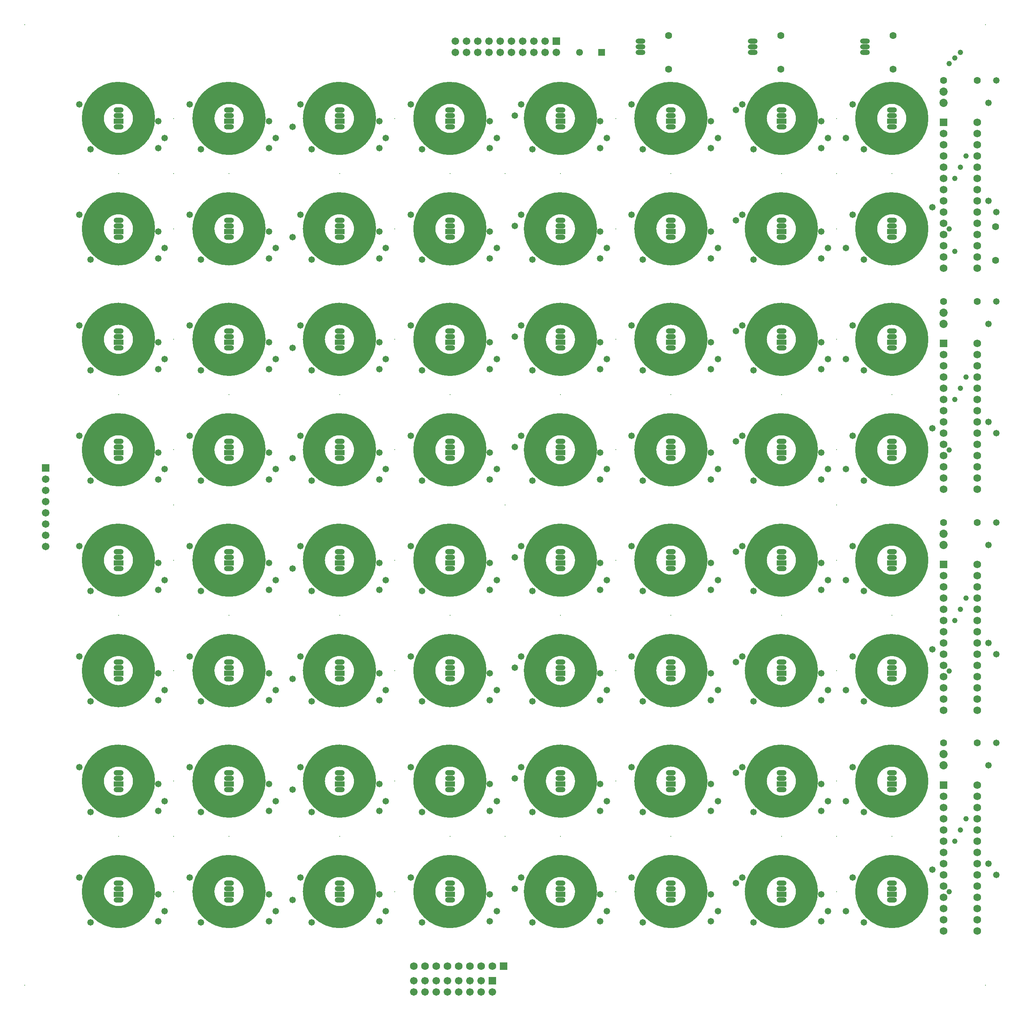
<source format=gbs>
%FSAX23Y23*%
%MOIN*%
G70*
G01*
G75*
G04 Layer_Color=16711935*
G04:AMPARAMS|DCode=10|XSize=200mil|YSize=70mil|CornerRadius=18mil|HoleSize=0mil|Usage=FLASHONLY|Rotation=180.000|XOffset=0mil|YOffset=0mil|HoleType=Round|Shape=RoundedRectangle|*
%AMROUNDEDRECTD10*
21,1,0.200,0.035,0,0,180.0*
21,1,0.165,0.070,0,0,180.0*
1,1,0.035,-0.083,0.018*
1,1,0.035,0.083,0.018*
1,1,0.035,0.083,-0.018*
1,1,0.035,-0.083,-0.018*
%
%ADD10ROUNDEDRECTD10*%
%ADD11R,0.200X0.070*%
%ADD12C,0.030*%
%ADD13C,0.050*%
%ADD14C,0.020*%
%ADD15C,0.059*%
%ADD16R,0.059X0.059*%
%ADD17C,0.053*%
%ADD18R,0.053X0.053*%
%ADD19C,0.050*%
%ADD20O,0.080X0.040*%
%ADD21R,0.080X0.040*%
%ADD22C,0.055*%
%ADD23O,0.079X0.039*%
%ADD24O,0.079X0.039*%
%ADD25C,0.060*%
%ADD26R,0.060X0.060*%
%ADD27R,0.059X0.059*%
%ADD28R,0.060X0.060*%
%ADD29C,0.065*%
%ADD30C,0.040*%
%ADD31R,0.010X0.010*%
%ADD32C,0.008*%
%ADD33C,0.010*%
%ADD34C,0.020*%
%ADD35C,0.012*%
%ADD36C,0.008*%
%ADD37C,0.006*%
G04:AMPARAMS|DCode=38|XSize=208mil|YSize=78mil|CornerRadius=20mil|HoleSize=0mil|Usage=FLASHONLY|Rotation=180.000|XOffset=0mil|YOffset=0mil|HoleType=Round|Shape=RoundedRectangle|*
%AMROUNDEDRECTD38*
21,1,0.208,0.039,0,0,180.0*
21,1,0.169,0.078,0,0,180.0*
1,1,0.039,-0.085,0.020*
1,1,0.039,0.085,0.020*
1,1,0.039,0.085,-0.020*
1,1,0.039,-0.085,-0.020*
%
%ADD38ROUNDEDRECTD38*%
%ADD39R,0.208X0.078*%
%ADD40C,0.067*%
%ADD41R,0.067X0.067*%
%ADD42C,0.061*%
%ADD43R,0.061X0.061*%
%ADD44C,0.008*%
%ADD45C,0.058*%
%ADD46O,0.088X0.048*%
%ADD47R,0.088X0.048*%
%ADD48C,0.063*%
%ADD49O,0.087X0.047*%
%ADD50O,0.087X0.047*%
%ADD51C,0.068*%
%ADD52R,0.068X0.068*%
%ADD53R,0.067X0.067*%
%ADD54R,0.068X0.068*%
%ADD55C,0.073*%
%ADD56C,0.048*%
%ADD57C,0.195*%
D31*
X09385Y10615D02*
D03*
X08401D02*
D03*
X07416D02*
D03*
X06432D02*
D03*
X05448D02*
D03*
X04464D02*
D03*
X03479D02*
D03*
X02495D02*
D03*
X09385Y09631D02*
D03*
X08401D02*
D03*
X07416D02*
D03*
X06432D02*
D03*
X05448D02*
D03*
X04464D02*
D03*
X03479D02*
D03*
X02495D02*
D03*
X09385Y08646D02*
D03*
X08401D02*
D03*
X07416D02*
D03*
X06432D02*
D03*
X05448D02*
D03*
X04464D02*
D03*
X03479D02*
D03*
X02495D02*
D03*
X09385Y07662D02*
D03*
X08401D02*
D03*
X07416D02*
D03*
X06432D02*
D03*
X05448D02*
D03*
X04464D02*
D03*
X03479D02*
D03*
X02495D02*
D03*
X09385Y06678D02*
D03*
X08401D02*
D03*
X07416D02*
D03*
X06432D02*
D03*
X05448D02*
D03*
X04464D02*
D03*
X03479D02*
D03*
X02495D02*
D03*
X09385Y05694D02*
D03*
X08401D02*
D03*
X07416D02*
D03*
X06432D02*
D03*
X05448D02*
D03*
X04464D02*
D03*
X03479D02*
D03*
X02495D02*
D03*
X09385Y04709D02*
D03*
X08401D02*
D03*
X07416D02*
D03*
X06432D02*
D03*
X05448D02*
D03*
X04464D02*
D03*
X03479D02*
D03*
X02495D02*
D03*
X09385Y03725D02*
D03*
X08401D02*
D03*
X07416D02*
D03*
X06432D02*
D03*
X05448D02*
D03*
X04464D02*
D03*
X03479D02*
D03*
X02495D02*
D03*
D40*
X05430Y02830D02*
D03*
X05530D02*
D03*
X05630D02*
D03*
X05730D02*
D03*
X05830D02*
D03*
X05930D02*
D03*
X06030D02*
D03*
X06130D02*
D03*
X05430Y02930D02*
D03*
X05530D02*
D03*
X05630D02*
D03*
X05730D02*
D03*
X05830D02*
D03*
X05930D02*
D03*
X06030D02*
D03*
X05800Y11205D02*
D03*
X05900D02*
D03*
X06000D02*
D03*
X06100D02*
D03*
X06200D02*
D03*
X06300D02*
D03*
X06400D02*
D03*
X06500D02*
D03*
X06600D02*
D03*
X06700D02*
D03*
X05800Y11305D02*
D03*
X05900D02*
D03*
X06000D02*
D03*
X06100D02*
D03*
X06200D02*
D03*
X06300D02*
D03*
X06400D02*
D03*
X06500D02*
D03*
X06600D02*
D03*
X02150Y07400D02*
D03*
Y07300D02*
D03*
Y07200D02*
D03*
Y07100D02*
D03*
Y07000D02*
D03*
Y06900D02*
D03*
Y06800D02*
D03*
D41*
X06130Y02930D02*
D03*
X06700Y11305D02*
D03*
D42*
X06907Y11205D02*
D03*
D43*
X07103Y11205D02*
D03*
D44*
X01965Y11450D02*
D03*
X10525D02*
D03*
Y02890D02*
D03*
X01965D02*
D03*
X03292Y10123D02*
D03*
X06245D02*
D03*
X09198D02*
D03*
X03292Y07170D02*
D03*
X06245D02*
D03*
X09198D02*
D03*
X06245Y04217D02*
D03*
X09198D02*
D03*
X03292D02*
D03*
X02800D02*
D03*
X08706Y10123D02*
D03*
X06737D02*
D03*
X02800Y10123D02*
D03*
X03784D02*
D03*
X04769D02*
D03*
X05753D02*
D03*
X07721D02*
D03*
X09690D02*
D03*
X08706Y08154D02*
D03*
X06737D02*
D03*
X02800Y08154D02*
D03*
X03784D02*
D03*
X04769D02*
D03*
X05753D02*
D03*
X07721D02*
D03*
X09690D02*
D03*
X08706Y06186D02*
D03*
X06737D02*
D03*
X02800Y06186D02*
D03*
X03784D02*
D03*
X04769D02*
D03*
X05753D02*
D03*
X07721D02*
D03*
X09690D02*
D03*
X08706Y04217D02*
D03*
X06737D02*
D03*
X04769D02*
D03*
X03784Y04217D02*
D03*
X05753D02*
D03*
X07721D02*
D03*
X09690D02*
D03*
X03292Y10615D02*
D03*
X05261D02*
D03*
X07229D02*
D03*
X09198D02*
D03*
X03292Y09631D02*
D03*
X05261D02*
D03*
X07229D02*
D03*
X09198D02*
D03*
X03292Y08646D02*
D03*
X05261D02*
D03*
X07229D02*
D03*
X09198D02*
D03*
X03292Y07662D02*
D03*
X05261D02*
D03*
X07229D02*
D03*
X09198D02*
D03*
X03292Y06678D02*
D03*
X05261D02*
D03*
X07229D02*
D03*
X09198D02*
D03*
X03292Y05694D02*
D03*
X05261D02*
D03*
X07229D02*
D03*
X09198D02*
D03*
X03292Y04709D02*
D03*
X05261D02*
D03*
X07229D02*
D03*
X09198D02*
D03*
X05261Y03725D02*
D03*
X07229D02*
D03*
X09198D02*
D03*
X03292D02*
D03*
D45*
X09440Y10340D02*
D03*
X08456D02*
D03*
X07471D02*
D03*
X06487D02*
D03*
X05503D02*
D03*
X04519D02*
D03*
X03534D02*
D03*
X02550D02*
D03*
X09440Y09356D02*
D03*
X08456D02*
D03*
X07471D02*
D03*
X06487D02*
D03*
X05503D02*
D03*
X04519D02*
D03*
X03534D02*
D03*
X02550D02*
D03*
X09440Y08371D02*
D03*
X08456D02*
D03*
X07471D02*
D03*
X06487D02*
D03*
X05503D02*
D03*
X04519D02*
D03*
X03534D02*
D03*
X02550D02*
D03*
X09440Y07387D02*
D03*
X08456D02*
D03*
X07471D02*
D03*
X06487D02*
D03*
X05503D02*
D03*
X04519D02*
D03*
X03534D02*
D03*
X02550D02*
D03*
X09440Y06403D02*
D03*
X08456D02*
D03*
X07471D02*
D03*
X06487D02*
D03*
X05503D02*
D03*
X04519D02*
D03*
X03534D02*
D03*
X02550D02*
D03*
X09440Y05419D02*
D03*
X08456D02*
D03*
X07471D02*
D03*
X06487D02*
D03*
X05503D02*
D03*
X04519D02*
D03*
X03534D02*
D03*
X02550D02*
D03*
X09440Y04434D02*
D03*
X08456D02*
D03*
X07471D02*
D03*
X06487D02*
D03*
X05503D02*
D03*
X04519D02*
D03*
X03534D02*
D03*
X02550D02*
D03*
X09440Y03450D02*
D03*
X08456D02*
D03*
X07471D02*
D03*
X06487D02*
D03*
X05503D02*
D03*
X04519D02*
D03*
X03534D02*
D03*
X02550D02*
D03*
X05123Y03700D02*
D03*
X09060Y03460D02*
D03*
Y03700D02*
D03*
X08076Y03460D02*
D03*
Y03700D02*
D03*
X07091Y03460D02*
D03*
Y03700D02*
D03*
X06107Y03460D02*
D03*
X05123D02*
D03*
X04139D02*
D03*
Y03700D02*
D03*
X03154Y03460D02*
D03*
Y03700D02*
D03*
Y04444D02*
D03*
Y04684D02*
D03*
X04139Y04444D02*
D03*
Y04684D02*
D03*
X05123Y04444D02*
D03*
Y04684D02*
D03*
X06107Y04444D02*
D03*
Y04684D02*
D03*
X07091D02*
D03*
Y04444D02*
D03*
X08076Y04684D02*
D03*
Y04444D02*
D03*
X09060Y04684D02*
D03*
Y04444D02*
D03*
Y05669D02*
D03*
Y05429D02*
D03*
X08076Y05669D02*
D03*
Y05429D02*
D03*
X07091Y05669D02*
D03*
Y05429D02*
D03*
X06107Y05669D02*
D03*
Y05429D02*
D03*
X05123Y05669D02*
D03*
Y05429D02*
D03*
X04139Y05669D02*
D03*
Y05429D02*
D03*
X03154Y05669D02*
D03*
Y05429D02*
D03*
Y06653D02*
D03*
Y06413D02*
D03*
X04139Y06653D02*
D03*
Y06413D02*
D03*
X05123Y06653D02*
D03*
Y06413D02*
D03*
X06107Y06653D02*
D03*
Y06413D02*
D03*
X07091Y06653D02*
D03*
Y06413D02*
D03*
X08076Y06653D02*
D03*
Y06413D02*
D03*
X09060Y06653D02*
D03*
Y06413D02*
D03*
Y07637D02*
D03*
Y07397D02*
D03*
X08076Y07637D02*
D03*
Y07397D02*
D03*
X07091Y07637D02*
D03*
Y07397D02*
D03*
X06107Y07637D02*
D03*
Y07397D02*
D03*
X05123Y07637D02*
D03*
Y07397D02*
D03*
X04139Y07637D02*
D03*
Y07397D02*
D03*
X03154Y07637D02*
D03*
Y07397D02*
D03*
Y08621D02*
D03*
Y08381D02*
D03*
X04139Y08621D02*
D03*
Y08381D02*
D03*
X05123Y08621D02*
D03*
Y08381D02*
D03*
X06107Y08621D02*
D03*
Y08381D02*
D03*
X07091Y08621D02*
D03*
Y08381D02*
D03*
X08076Y08621D02*
D03*
Y08381D02*
D03*
X09060Y08621D02*
D03*
Y08381D02*
D03*
Y09606D02*
D03*
Y09366D02*
D03*
X08076Y09606D02*
D03*
Y09366D02*
D03*
X07091Y09606D02*
D03*
Y09366D02*
D03*
X06107Y09606D02*
D03*
Y09366D02*
D03*
X05123Y09606D02*
D03*
Y09366D02*
D03*
X04139Y09606D02*
D03*
Y09366D02*
D03*
X03154Y09606D02*
D03*
Y09366D02*
D03*
Y10590D02*
D03*
Y10350D02*
D03*
X04139Y10590D02*
D03*
Y10350D02*
D03*
X05123Y10590D02*
D03*
Y10350D02*
D03*
X06107Y10590D02*
D03*
Y10350D02*
D03*
X07091Y10590D02*
D03*
Y10350D02*
D03*
X08076Y10590D02*
D03*
Y10350D02*
D03*
X09060D02*
D03*
Y10590D02*
D03*
X09340Y10740D02*
D03*
X08356D02*
D03*
X07371D02*
D03*
X06387D02*
D03*
X05403D02*
D03*
X04419D02*
D03*
X03434D02*
D03*
X02450D02*
D03*
X09340Y09756D02*
D03*
X08356D02*
D03*
X07371D02*
D03*
X06387D02*
D03*
X05403D02*
D03*
X04419D02*
D03*
X03434D02*
D03*
X02450D02*
D03*
X09340Y08771D02*
D03*
X08356D02*
D03*
X07371D02*
D03*
X06387D02*
D03*
X05403D02*
D03*
X04419D02*
D03*
X03434D02*
D03*
X02450D02*
D03*
X09340Y07787D02*
D03*
X08356D02*
D03*
X07371D02*
D03*
X06387D02*
D03*
X05403D02*
D03*
X04419D02*
D03*
X03434D02*
D03*
X02450D02*
D03*
X09340Y06803D02*
D03*
X08356D02*
D03*
X07371D02*
D03*
X06387D02*
D03*
X05403D02*
D03*
X04419D02*
D03*
X03434D02*
D03*
X02450D02*
D03*
X09340Y05819D02*
D03*
X08356D02*
D03*
X07371D02*
D03*
X06387D02*
D03*
X05403D02*
D03*
X04419D02*
D03*
X03434D02*
D03*
X02450D02*
D03*
X09340Y04834D02*
D03*
X08356D02*
D03*
X07371D02*
D03*
X06387D02*
D03*
X05403D02*
D03*
X04419D02*
D03*
X03434D02*
D03*
X02450D02*
D03*
X09340Y03850D02*
D03*
X08356D02*
D03*
X07371D02*
D03*
X06387D02*
D03*
X05403D02*
D03*
X04419D02*
D03*
X03434D02*
D03*
X02450D02*
D03*
X03210Y03550D02*
D03*
Y10440D02*
D03*
Y09460D02*
D03*
Y08470D02*
D03*
Y07490D02*
D03*
Y06500D02*
D03*
Y05520D02*
D03*
Y04530D02*
D03*
X04200D02*
D03*
Y05520D02*
D03*
Y06500D02*
D03*
Y07490D02*
D03*
Y08470D02*
D03*
Y09460D02*
D03*
Y10440D02*
D03*
X05180Y04530D02*
D03*
Y06500D02*
D03*
Y07490D02*
D03*
Y08470D02*
D03*
Y09460D02*
D03*
Y10440D02*
D03*
X06170Y04530D02*
D03*
Y05520D02*
D03*
Y06500D02*
D03*
Y07490D02*
D03*
Y08470D02*
D03*
Y09460D02*
D03*
Y10440D02*
D03*
Y03550D02*
D03*
X08140Y04530D02*
D03*
Y05520D02*
D03*
Y06500D02*
D03*
Y07490D02*
D03*
Y08470D02*
D03*
Y09460D02*
D03*
Y10440D02*
D03*
Y03550D02*
D03*
X09120Y04530D02*
D03*
Y05520D02*
D03*
Y06500D02*
D03*
Y07490D02*
D03*
Y08470D02*
D03*
Y09460D02*
D03*
Y10440D02*
D03*
Y03550D02*
D03*
X05180Y05520D02*
D03*
Y03550D02*
D03*
X04200D02*
D03*
X07150D02*
D03*
Y04530D02*
D03*
Y07490D02*
D03*
Y10440D02*
D03*
Y05520D02*
D03*
Y06500D02*
D03*
Y08470D02*
D03*
Y09460D02*
D03*
X09280Y10440D02*
D03*
Y09460D02*
D03*
Y08470D02*
D03*
Y07490D02*
D03*
Y06500D02*
D03*
Y05520D02*
D03*
Y04530D02*
D03*
Y03550D02*
D03*
X04350Y03650D02*
D03*
Y04634D02*
D03*
Y05619D02*
D03*
Y06603D02*
D03*
Y07587D02*
D03*
Y08571D02*
D03*
Y09556D02*
D03*
Y10540D02*
D03*
X06331Y10640D02*
D03*
Y09656D02*
D03*
Y08671D02*
D03*
Y07687D02*
D03*
Y06703D02*
D03*
Y05719D02*
D03*
Y04734D02*
D03*
Y03750D02*
D03*
X08300Y10690D02*
D03*
Y09706D02*
D03*
Y08721D02*
D03*
Y07737D02*
D03*
Y06753D02*
D03*
Y05769D02*
D03*
Y04784D02*
D03*
Y03800D02*
D03*
X10550Y09880D02*
D03*
Y10755D02*
D03*
Y08785D02*
D03*
Y07910D02*
D03*
Y06814D02*
D03*
Y04850D02*
D03*
Y03975D02*
D03*
X10620Y10955D02*
D03*
Y09780D02*
D03*
Y07810D02*
D03*
Y08985D02*
D03*
Y05840D02*
D03*
Y07015D02*
D03*
X10550Y05940D02*
D03*
X10620Y03875D02*
D03*
Y05050D02*
D03*
X10050Y09825D02*
D03*
Y07855D02*
D03*
Y03920D02*
D03*
Y05885D02*
D03*
X06107Y03700D02*
D03*
D46*
X09690Y10540D02*
D03*
Y10640D02*
D03*
Y10690D02*
D03*
X08706D02*
D03*
Y10640D02*
D03*
Y10540D02*
D03*
X07721D02*
D03*
Y10640D02*
D03*
Y10690D02*
D03*
X06737D02*
D03*
Y10640D02*
D03*
Y10540D02*
D03*
X05753D02*
D03*
Y10640D02*
D03*
Y10690D02*
D03*
X04769D02*
D03*
Y10640D02*
D03*
Y10540D02*
D03*
X03784D02*
D03*
Y10640D02*
D03*
Y10690D02*
D03*
X02800D02*
D03*
Y10640D02*
D03*
Y10540D02*
D03*
X09690Y09556D02*
D03*
Y09656D02*
D03*
Y09706D02*
D03*
X08706D02*
D03*
Y09656D02*
D03*
Y09556D02*
D03*
X07721D02*
D03*
Y09656D02*
D03*
Y09706D02*
D03*
X06737D02*
D03*
Y09656D02*
D03*
Y09556D02*
D03*
X05753D02*
D03*
Y09656D02*
D03*
Y09706D02*
D03*
X04769D02*
D03*
Y09656D02*
D03*
Y09556D02*
D03*
X03784D02*
D03*
Y09656D02*
D03*
Y09706D02*
D03*
X02800D02*
D03*
Y09656D02*
D03*
Y09556D02*
D03*
X09690Y08571D02*
D03*
Y08671D02*
D03*
Y08721D02*
D03*
X08706D02*
D03*
Y08671D02*
D03*
Y08571D02*
D03*
X07721D02*
D03*
Y08671D02*
D03*
Y08721D02*
D03*
X06737D02*
D03*
Y08671D02*
D03*
Y08571D02*
D03*
X05753D02*
D03*
Y08671D02*
D03*
Y08721D02*
D03*
X04769D02*
D03*
Y08671D02*
D03*
Y08571D02*
D03*
X03784D02*
D03*
Y08671D02*
D03*
Y08721D02*
D03*
X02800D02*
D03*
Y08671D02*
D03*
Y08571D02*
D03*
X09690Y07587D02*
D03*
Y07687D02*
D03*
Y07737D02*
D03*
X08706D02*
D03*
Y07687D02*
D03*
Y07587D02*
D03*
X07721D02*
D03*
Y07687D02*
D03*
Y07737D02*
D03*
X06737D02*
D03*
Y07687D02*
D03*
Y07587D02*
D03*
X05753D02*
D03*
Y07687D02*
D03*
Y07737D02*
D03*
X04769D02*
D03*
Y07687D02*
D03*
Y07587D02*
D03*
X03784D02*
D03*
Y07687D02*
D03*
Y07737D02*
D03*
X02800D02*
D03*
Y07687D02*
D03*
Y07587D02*
D03*
X09690Y06603D02*
D03*
Y06703D02*
D03*
Y06753D02*
D03*
X08706D02*
D03*
Y06703D02*
D03*
Y06603D02*
D03*
X07721D02*
D03*
Y06703D02*
D03*
Y06753D02*
D03*
X06737D02*
D03*
Y06703D02*
D03*
Y06603D02*
D03*
X05753D02*
D03*
Y06703D02*
D03*
Y06753D02*
D03*
X04769D02*
D03*
Y06703D02*
D03*
Y06603D02*
D03*
X03784D02*
D03*
Y06703D02*
D03*
Y06753D02*
D03*
X02800D02*
D03*
Y06703D02*
D03*
Y06603D02*
D03*
X09690Y05619D02*
D03*
Y05719D02*
D03*
Y05769D02*
D03*
X08706D02*
D03*
Y05719D02*
D03*
Y05619D02*
D03*
X07721D02*
D03*
Y05719D02*
D03*
Y05769D02*
D03*
X06737D02*
D03*
Y05719D02*
D03*
Y05619D02*
D03*
X05753D02*
D03*
Y05719D02*
D03*
Y05769D02*
D03*
X04769D02*
D03*
Y05719D02*
D03*
Y05619D02*
D03*
X03784D02*
D03*
Y05719D02*
D03*
Y05769D02*
D03*
X02800D02*
D03*
Y05719D02*
D03*
Y05619D02*
D03*
X09690Y04634D02*
D03*
Y04734D02*
D03*
Y04784D02*
D03*
X08706D02*
D03*
Y04734D02*
D03*
Y04634D02*
D03*
X07721D02*
D03*
Y04734D02*
D03*
Y04784D02*
D03*
X06737D02*
D03*
Y04734D02*
D03*
Y04634D02*
D03*
X05753D02*
D03*
Y04734D02*
D03*
Y04784D02*
D03*
X04769D02*
D03*
Y04734D02*
D03*
Y04634D02*
D03*
X03784D02*
D03*
Y04734D02*
D03*
Y04784D02*
D03*
X02800D02*
D03*
Y04734D02*
D03*
Y04634D02*
D03*
X09690Y03650D02*
D03*
Y03750D02*
D03*
Y03800D02*
D03*
X08706D02*
D03*
Y03750D02*
D03*
Y03650D02*
D03*
X07721D02*
D03*
Y03750D02*
D03*
Y03800D02*
D03*
X06737D02*
D03*
Y03750D02*
D03*
Y03650D02*
D03*
X05753D02*
D03*
Y03750D02*
D03*
Y03800D02*
D03*
X04769D02*
D03*
Y03750D02*
D03*
Y03650D02*
D03*
X03784D02*
D03*
Y03750D02*
D03*
Y03800D02*
D03*
X02800D02*
D03*
Y03750D02*
D03*
Y03650D02*
D03*
D47*
X09690Y10590D02*
D03*
X08706D02*
D03*
X07721D02*
D03*
X06737D02*
D03*
X05753D02*
D03*
X04769D02*
D03*
X03784D02*
D03*
X02800D02*
D03*
X09690Y09606D02*
D03*
X08706D02*
D03*
X07721D02*
D03*
X06737D02*
D03*
X05753D02*
D03*
X04769D02*
D03*
X03784D02*
D03*
X02800D02*
D03*
X09690Y08621D02*
D03*
X08706D02*
D03*
X07721D02*
D03*
X06737D02*
D03*
X05753D02*
D03*
X04769D02*
D03*
X03784D02*
D03*
X02800D02*
D03*
X09690Y07637D02*
D03*
X08706D02*
D03*
X07721D02*
D03*
X06737D02*
D03*
X05753D02*
D03*
X04769D02*
D03*
X03784D02*
D03*
X02800D02*
D03*
X09690Y06653D02*
D03*
X08706D02*
D03*
X07721D02*
D03*
X06737D02*
D03*
X05753D02*
D03*
X04769D02*
D03*
X03784D02*
D03*
X02800D02*
D03*
X09690Y05669D02*
D03*
X08706D02*
D03*
X07721D02*
D03*
X06737D02*
D03*
X05753D02*
D03*
X04769D02*
D03*
X03784D02*
D03*
X02800D02*
D03*
X09690Y04684D02*
D03*
X08706D02*
D03*
X07721D02*
D03*
X06737D02*
D03*
X05753D02*
D03*
X04769D02*
D03*
X03784D02*
D03*
X02800D02*
D03*
X09690Y03700D02*
D03*
X08706D02*
D03*
X07721D02*
D03*
X06737D02*
D03*
X05753D02*
D03*
X04769D02*
D03*
X03784D02*
D03*
X02800D02*
D03*
D48*
X07700Y11055D02*
D03*
Y11355D02*
D03*
X08700Y11055D02*
D03*
Y11355D02*
D03*
X09700Y11055D02*
D03*
Y11355D02*
D03*
X10150Y05050D02*
D03*
X10450D02*
D03*
X10150Y07015D02*
D03*
X10450D02*
D03*
X10150Y08985D02*
D03*
X10450D02*
D03*
X10150Y10955D02*
D03*
X10450D02*
D03*
X10615Y09350D02*
D03*
Y09650D02*
D03*
D49*
X07450Y11205D02*
D03*
Y11305D02*
D03*
X08450Y11205D02*
D03*
Y11305D02*
D03*
X09450Y11205D02*
D03*
Y11305D02*
D03*
D50*
X07450Y11255D02*
D03*
X08450D02*
D03*
X09450D02*
D03*
D51*
X10450Y03375D02*
D03*
Y03475D02*
D03*
Y03575D02*
D03*
Y03675D02*
D03*
Y03775D02*
D03*
Y03875D02*
D03*
Y03975D02*
D03*
Y04075D02*
D03*
Y04175D02*
D03*
Y04275D02*
D03*
Y04375D02*
D03*
Y04475D02*
D03*
Y04575D02*
D03*
Y04675D02*
D03*
X10150Y03375D02*
D03*
Y03475D02*
D03*
Y03575D02*
D03*
Y03675D02*
D03*
Y03775D02*
D03*
Y03875D02*
D03*
Y03975D02*
D03*
Y04075D02*
D03*
Y04175D02*
D03*
Y04275D02*
D03*
Y04375D02*
D03*
Y04475D02*
D03*
Y04575D02*
D03*
X10450Y05340D02*
D03*
Y05440D02*
D03*
Y05540D02*
D03*
Y05640D02*
D03*
Y05740D02*
D03*
Y05840D02*
D03*
Y05940D02*
D03*
Y06040D02*
D03*
Y06140D02*
D03*
Y06240D02*
D03*
Y06340D02*
D03*
Y06440D02*
D03*
Y06540D02*
D03*
Y06640D02*
D03*
X10150Y05340D02*
D03*
Y05440D02*
D03*
Y05540D02*
D03*
Y05640D02*
D03*
Y05740D02*
D03*
Y05840D02*
D03*
Y05940D02*
D03*
Y06040D02*
D03*
Y06140D02*
D03*
Y06240D02*
D03*
Y06340D02*
D03*
Y06440D02*
D03*
Y06540D02*
D03*
X10450Y07310D02*
D03*
Y07410D02*
D03*
Y07510D02*
D03*
Y07610D02*
D03*
Y07710D02*
D03*
Y07810D02*
D03*
Y07910D02*
D03*
Y08010D02*
D03*
Y08110D02*
D03*
Y08210D02*
D03*
Y08310D02*
D03*
Y08410D02*
D03*
Y08510D02*
D03*
Y08610D02*
D03*
X10150Y07310D02*
D03*
Y07410D02*
D03*
Y07510D02*
D03*
Y07610D02*
D03*
Y07710D02*
D03*
Y07810D02*
D03*
Y07910D02*
D03*
Y08010D02*
D03*
Y08110D02*
D03*
Y08210D02*
D03*
Y08310D02*
D03*
Y08410D02*
D03*
Y08510D02*
D03*
X10450Y09280D02*
D03*
Y09380D02*
D03*
Y09480D02*
D03*
Y09580D02*
D03*
Y09680D02*
D03*
Y09780D02*
D03*
Y09880D02*
D03*
Y09980D02*
D03*
Y10080D02*
D03*
Y10180D02*
D03*
Y10280D02*
D03*
Y10380D02*
D03*
Y10480D02*
D03*
Y10580D02*
D03*
X10150Y09280D02*
D03*
Y09380D02*
D03*
Y09480D02*
D03*
Y09580D02*
D03*
Y09680D02*
D03*
Y09780D02*
D03*
Y09880D02*
D03*
Y09980D02*
D03*
Y10080D02*
D03*
Y10180D02*
D03*
Y10280D02*
D03*
Y10380D02*
D03*
Y10480D02*
D03*
X06130Y03060D02*
D03*
X06030D02*
D03*
X05930D02*
D03*
X05830D02*
D03*
X05730D02*
D03*
X05630D02*
D03*
X05530D02*
D03*
X05430D02*
D03*
D52*
X10150Y04675D02*
D03*
Y06640D02*
D03*
Y08610D02*
D03*
Y10580D02*
D03*
D53*
X02150Y07500D02*
D03*
D54*
X06230Y03060D02*
D03*
D55*
X10150Y10855D02*
D03*
Y10755D02*
D03*
Y08885D02*
D03*
Y08785D02*
D03*
Y06915D02*
D03*
Y06815D02*
D03*
Y04950D02*
D03*
Y04850D02*
D03*
D56*
X10300Y11205D02*
D03*
X10250Y11155D02*
D03*
X10200Y11105D02*
D03*
X10250Y10080D02*
D03*
X10300Y10180D02*
D03*
X10202Y09630D02*
D03*
X10350Y10280D02*
D03*
X10250Y08110D02*
D03*
X10300Y08210D02*
D03*
X10202Y07660D02*
D03*
X10350Y08310D02*
D03*
X10250Y06140D02*
D03*
X10300Y06240D02*
D03*
X10202Y05690D02*
D03*
X10350Y06340D02*
D03*
X10250Y04175D02*
D03*
X10300Y04275D02*
D03*
X10202Y03725D02*
D03*
X10350Y04375D02*
D03*
X10250Y09430D02*
D03*
D57*
X09917Y10615D02*
G03*
X09917Y10615I-00228J00000D01*
G01*
X08933D02*
G03*
X08933Y10615I-00228J00000D01*
G01*
X07949D02*
G03*
X07949Y10615I-00228J00000D01*
G01*
X06965D02*
G03*
X06965Y10615I-00228J00000D01*
G01*
X05980D02*
G03*
X05980Y10615I-00228J00000D01*
G01*
X04996D02*
G03*
X04996Y10615I-00228J00000D01*
G01*
X04012D02*
G03*
X04012Y10615I-00228J00000D01*
G01*
X03027D02*
G03*
X03027Y10615I-00228J00000D01*
G01*
X09917Y09631D02*
G03*
X09917Y09631I-00228J00000D01*
G01*
X08933D02*
G03*
X08933Y09631I-00228J00000D01*
G01*
X07949D02*
G03*
X07949Y09631I-00228J00000D01*
G01*
X06965D02*
G03*
X06965Y09631I-00228J00000D01*
G01*
X05980D02*
G03*
X05980Y09631I-00228J00000D01*
G01*
X04996D02*
G03*
X04996Y09631I-00228J00000D01*
G01*
X04012D02*
G03*
X04012Y09631I-00228J00000D01*
G01*
X03027D02*
G03*
X03027Y09631I-00228J00000D01*
G01*
X09917Y08646D02*
G03*
X09917Y08646I-00228J00000D01*
G01*
X08933D02*
G03*
X08933Y08646I-00228J00000D01*
G01*
X07949D02*
G03*
X07949Y08646I-00228J00000D01*
G01*
X06965D02*
G03*
X06965Y08646I-00228J00000D01*
G01*
X05980D02*
G03*
X05980Y08646I-00228J00000D01*
G01*
X04996D02*
G03*
X04996Y08646I-00228J00000D01*
G01*
X04012D02*
G03*
X04012Y08646I-00228J00000D01*
G01*
X03027D02*
G03*
X03027Y08646I-00228J00000D01*
G01*
X09917Y07662D02*
G03*
X09917Y07662I-00228J00000D01*
G01*
X08933D02*
G03*
X08933Y07662I-00228J00000D01*
G01*
X07949D02*
G03*
X07949Y07662I-00228J00000D01*
G01*
X06965D02*
G03*
X06965Y07662I-00228J00000D01*
G01*
X05980D02*
G03*
X05980Y07662I-00228J00000D01*
G01*
X04996D02*
G03*
X04996Y07662I-00228J00000D01*
G01*
X04012D02*
G03*
X04012Y07662I-00228J00000D01*
G01*
X03027D02*
G03*
X03027Y07662I-00228J00000D01*
G01*
X09917Y06678D02*
G03*
X09917Y06678I-00228J00000D01*
G01*
X08933D02*
G03*
X08933Y06678I-00228J00000D01*
G01*
X07949D02*
G03*
X07949Y06678I-00228J00000D01*
G01*
X06965D02*
G03*
X06965Y06678I-00228J00000D01*
G01*
X05980D02*
G03*
X05980Y06678I-00228J00000D01*
G01*
X04996D02*
G03*
X04996Y06678I-00228J00000D01*
G01*
X04012D02*
G03*
X04012Y06678I-00228J00000D01*
G01*
X03027D02*
G03*
X03027Y06678I-00228J00000D01*
G01*
X09917Y05694D02*
G03*
X09917Y05694I-00228J00000D01*
G01*
X08933D02*
G03*
X08933Y05694I-00228J00000D01*
G01*
X07949D02*
G03*
X07949Y05694I-00228J00000D01*
G01*
X06965D02*
G03*
X06965Y05694I-00228J00000D01*
G01*
X05980D02*
G03*
X05980Y05694I-00228J00000D01*
G01*
X04996D02*
G03*
X04996Y05694I-00228J00000D01*
G01*
X04012D02*
G03*
X04012Y05694I-00228J00000D01*
G01*
X03027D02*
G03*
X03027Y05694I-00228J00000D01*
G01*
X09917Y04709D02*
G03*
X09917Y04709I-00228J00000D01*
G01*
X08933D02*
G03*
X08933Y04709I-00228J00000D01*
G01*
X07949D02*
G03*
X07949Y04709I-00228J00000D01*
G01*
X06965D02*
G03*
X06965Y04709I-00228J00000D01*
G01*
X05980D02*
G03*
X05980Y04709I-00228J00000D01*
G01*
X04996D02*
G03*
X04996Y04709I-00228J00000D01*
G01*
X04012D02*
G03*
X04012Y04709I-00228J00000D01*
G01*
X03027D02*
G03*
X03027Y04709I-00228J00000D01*
G01*
X09917Y03725D02*
G03*
X09917Y03725I-00228J00000D01*
G01*
X08933D02*
G03*
X08933Y03725I-00228J00000D01*
G01*
X07949D02*
G03*
X07949Y03725I-00228J00000D01*
G01*
X06965D02*
G03*
X06965Y03725I-00228J00000D01*
G01*
X05980D02*
G03*
X05980Y03725I-00228J00000D01*
G01*
X04996D02*
G03*
X04996Y03725I-00228J00000D01*
G01*
X04012D02*
G03*
X04012Y03725I-00228J00000D01*
G01*
X03027D02*
G03*
X03027Y03725I-00228J00000D01*
G01*
M02*

</source>
